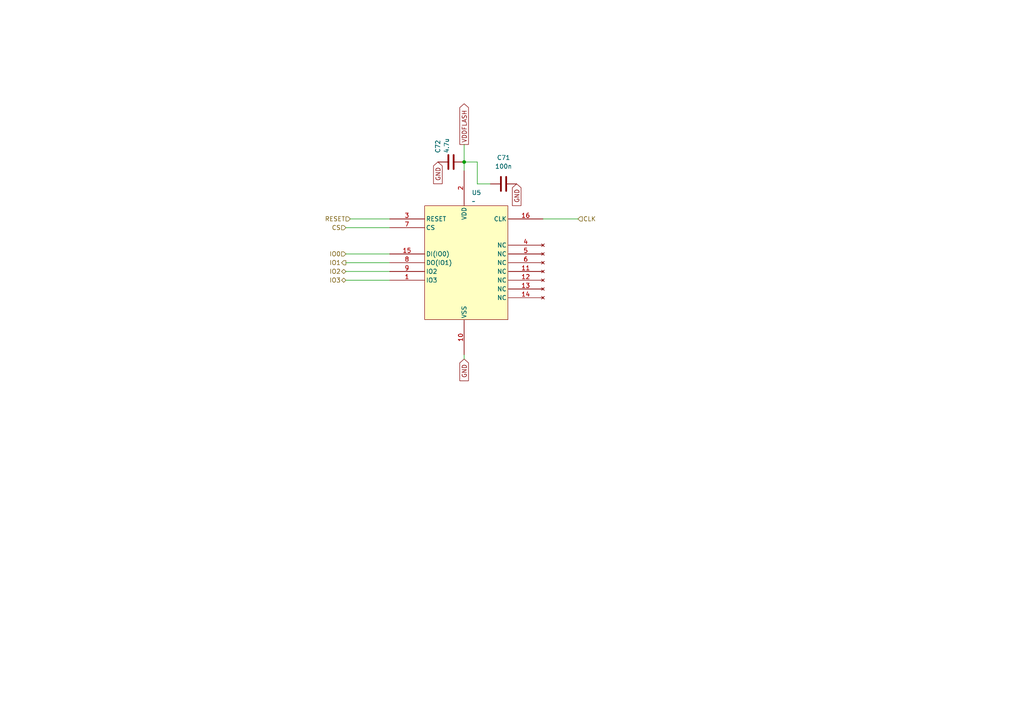
<source format=kicad_sch>
(kicad_sch
	(version 20231120)
	(generator "eeschema")
	(generator_version "8.0")
	(uuid "733b96a6-688f-47e3-88a8-0b94bca78e64")
	(paper "A4")
	(lib_symbols
		(symbol "Device:C"
			(pin_numbers hide)
			(pin_names
				(offset 0.254)
			)
			(exclude_from_sim no)
			(in_bom yes)
			(on_board yes)
			(property "Reference" "C"
				(at 0.635 2.54 0)
				(effects
					(font
						(size 1.27 1.27)
					)
					(justify left)
				)
			)
			(property "Value" "C"
				(at 0.635 -2.54 0)
				(effects
					(font
						(size 1.27 1.27)
					)
					(justify left)
				)
			)
			(property "Footprint" ""
				(at 0.9652 -3.81 0)
				(effects
					(font
						(size 1.27 1.27)
					)
					(hide yes)
				)
			)
			(property "Datasheet" "~"
				(at 0 0 0)
				(effects
					(font
						(size 1.27 1.27)
					)
					(hide yes)
				)
			)
			(property "Description" "Unpolarized capacitor"
				(at 0 0 0)
				(effects
					(font
						(size 1.27 1.27)
					)
					(hide yes)
				)
			)
			(property "ki_keywords" "cap capacitor"
				(at 0 0 0)
				(effects
					(font
						(size 1.27 1.27)
					)
					(hide yes)
				)
			)
			(property "ki_fp_filters" "C_*"
				(at 0 0 0)
				(effects
					(font
						(size 1.27 1.27)
					)
					(hide yes)
				)
			)
			(symbol "C_0_1"
				(polyline
					(pts
						(xy -2.032 -0.762) (xy 2.032 -0.762)
					)
					(stroke
						(width 0.508)
						(type default)
					)
					(fill
						(type none)
					)
				)
				(polyline
					(pts
						(xy -2.032 0.762) (xy 2.032 0.762)
					)
					(stroke
						(width 0.508)
						(type default)
					)
					(fill
						(type none)
					)
				)
			)
			(symbol "C_1_1"
				(pin passive line
					(at 0 3.81 270)
					(length 2.794)
					(name "~"
						(effects
							(font
								(size 1.27 1.27)
							)
						)
					)
					(number "1"
						(effects
							(font
								(size 1.27 1.27)
							)
						)
					)
				)
				(pin passive line
					(at 0 -3.81 90)
					(length 2.794)
					(name "~"
						(effects
							(font
								(size 1.27 1.27)
							)
						)
					)
					(number "2"
						(effects
							(font
								(size 1.27 1.27)
							)
						)
					)
				)
			)
		)
		(symbol "Flash_W25M512JVFIQ TR:W25M512JVFIQ_TR"
			(exclude_from_sim no)
			(in_bom yes)
			(on_board yes)
			(property "Reference" "U"
				(at 13.97 -1.27 0)
				(effects
					(font
						(size 1.27 1.27)
					)
				)
			)
			(property "Value" ""
				(at 13.97 -3.81 0)
				(effects
					(font
						(size 1.27 1.27)
					)
				)
			)
			(property "Footprint" ""
				(at 13.97 -3.81 0)
				(effects
					(font
						(size 1.27 1.27)
					)
					(hide yes)
				)
			)
			(property "Datasheet" ""
				(at 13.97 -3.81 0)
				(effects
					(font
						(size 1.27 1.27)
					)
					(hide yes)
				)
			)
			(property "Description" ""
				(at 13.97 -3.81 0)
				(effects
					(font
						(size 1.27 1.27)
					)
					(hide yes)
				)
			)
			(symbol "W25M512JVFIQ_TR_1_1"
				(rectangle
					(start -11.43 16.51)
					(end 12.7 -16.51)
					(stroke
						(width 0)
						(type default)
					)
					(fill
						(type background)
					)
				)
				(pin input line
					(at -21.59 -5.08 0)
					(length 10)
					(name "IO3"
						(effects
							(font
								(size 1.27 1.27)
							)
						)
					)
					(number "1"
						(effects
							(font
								(size 1.27 1.27)
							)
						)
					)
				)
				(pin passive line
					(at 0 -26.67 90)
					(length 10)
					(name "VSS"
						(effects
							(font
								(size 1.27 1.27)
							)
						)
					)
					(number "10"
						(effects
							(font
								(size 1.27 1.27)
							)
						)
					)
				)
				(pin no_connect line
					(at 22.86 -2.54 180)
					(length 10)
					(name "NC"
						(effects
							(font
								(size 1.27 1.27)
							)
						)
					)
					(number "11"
						(effects
							(font
								(size 1.27 1.27)
							)
						)
					)
				)
				(pin no_connect line
					(at 22.86 -5.08 180)
					(length 10)
					(name "NC"
						(effects
							(font
								(size 1.27 1.27)
							)
						)
					)
					(number "12"
						(effects
							(font
								(size 1.27 1.27)
							)
						)
					)
				)
				(pin no_connect line
					(at 22.86 -7.62 180)
					(length 10)
					(name "NC"
						(effects
							(font
								(size 1.27 1.27)
							)
						)
					)
					(number "13"
						(effects
							(font
								(size 1.27 1.27)
							)
						)
					)
				)
				(pin no_connect line
					(at 22.86 -10.16 180)
					(length 10)
					(name "NC"
						(effects
							(font
								(size 1.27 1.27)
							)
						)
					)
					(number "14"
						(effects
							(font
								(size 1.27 1.27)
							)
						)
					)
				)
				(pin input line
					(at -21.59 2.54 0)
					(length 10)
					(name "DI(IO0)"
						(effects
							(font
								(size 1.27 1.27)
							)
						)
					)
					(number "15"
						(effects
							(font
								(size 1.27 1.27)
							)
						)
					)
				)
				(pin passive line
					(at 22.86 12.7 180)
					(length 10)
					(name "CLK"
						(effects
							(font
								(size 1.27 1.27)
							)
						)
					)
					(number "16"
						(effects
							(font
								(size 1.27 1.27)
							)
						)
					)
				)
				(pin input line
					(at 0 26.67 270)
					(length 10)
					(name "VDD"
						(effects
							(font
								(size 1.27 1.27)
							)
						)
					)
					(number "2"
						(effects
							(font
								(size 1.27 1.27)
							)
						)
					)
				)
				(pin input line
					(at -21.59 12.7 0)
					(length 10)
					(name "RESET"
						(effects
							(font
								(size 1.27 1.27)
							)
						)
					)
					(number "3"
						(effects
							(font
								(size 1.27 1.27)
							)
						)
					)
				)
				(pin no_connect line
					(at 22.86 5.08 180)
					(length 10)
					(name "NC"
						(effects
							(font
								(size 1.27 1.27)
							)
						)
					)
					(number "4"
						(effects
							(font
								(size 1.27 1.27)
							)
						)
					)
				)
				(pin no_connect line
					(at 22.86 2.54 180)
					(length 10)
					(name "NC"
						(effects
							(font
								(size 1.27 1.27)
							)
						)
					)
					(number "5"
						(effects
							(font
								(size 1.27 1.27)
							)
						)
					)
				)
				(pin no_connect line
					(at 22.86 0 180)
					(length 10)
					(name "NC"
						(effects
							(font
								(size 1.27 1.27)
							)
						)
					)
					(number "6"
						(effects
							(font
								(size 1.27 1.27)
							)
						)
					)
				)
				(pin input line
					(at -21.59 10.16 0)
					(length 10)
					(name "CS"
						(effects
							(font
								(size 1.27 1.27)
							)
						)
					)
					(number "7"
						(effects
							(font
								(size 1.27 1.27)
							)
						)
					)
				)
				(pin output line
					(at -21.59 0 0)
					(length 10)
					(name "DO(IO1)"
						(effects
							(font
								(size 1.27 1.27)
							)
						)
					)
					(number "8"
						(effects
							(font
								(size 1.27 1.27)
							)
						)
					)
				)
				(pin bidirectional line
					(at -21.59 -2.54 0)
					(length 10)
					(name "IO2"
						(effects
							(font
								(size 1.27 1.27)
							)
						)
					)
					(number "9"
						(effects
							(font
								(size 1.27 1.27)
							)
						)
					)
				)
			)
		)
	)
	(junction
		(at 134.62 46.99)
		(diameter 0)
		(color 0 0 0 0)
		(uuid "5f86acbc-2132-4c41-98e4-54c25010b24d")
	)
	(wire
		(pts
			(xy 138.43 46.99) (xy 134.62 46.99)
		)
		(stroke
			(width 0)
			(type default)
		)
		(uuid "31435b10-e86c-42f8-8a03-f3c0b5ea56ad")
	)
	(wire
		(pts
			(xy 134.62 41.91) (xy 134.62 46.99)
		)
		(stroke
			(width 0)
			(type default)
		)
		(uuid "6f9a9d63-2502-49a1-9dd4-1b700045d3e8")
	)
	(wire
		(pts
			(xy 134.62 104.14) (xy 134.62 102.87)
		)
		(stroke
			(width 0)
			(type default)
		)
		(uuid "715517ac-dac2-435a-b5c1-90f9bfc749e0")
	)
	(wire
		(pts
			(xy 142.24 53.34) (xy 138.43 53.34)
		)
		(stroke
			(width 0)
			(type default)
		)
		(uuid "a51612f0-7ae8-4082-acc2-a5f3f5264fc0")
	)
	(wire
		(pts
			(xy 100.33 73.66) (xy 113.03 73.66)
		)
		(stroke
			(width 0)
			(type default)
		)
		(uuid "accdde6b-ab92-482b-a8a7-f6903eab2a68")
	)
	(wire
		(pts
			(xy 138.43 53.34) (xy 138.43 46.99)
		)
		(stroke
			(width 0)
			(type default)
		)
		(uuid "addc82f1-57a9-4b67-8d0a-85335f8ee89b")
	)
	(wire
		(pts
			(xy 100.33 66.04) (xy 113.03 66.04)
		)
		(stroke
			(width 0)
			(type default)
		)
		(uuid "b29fa225-e030-4e1a-af2a-dff84a8a5136")
	)
	(wire
		(pts
			(xy 100.33 76.2) (xy 113.03 76.2)
		)
		(stroke
			(width 0)
			(type default)
		)
		(uuid "da44989a-bbf6-4018-ae15-aa90a1a650f6")
	)
	(wire
		(pts
			(xy 100.33 81.28) (xy 113.03 81.28)
		)
		(stroke
			(width 0)
			(type default)
		)
		(uuid "dcd073f6-b1fd-4149-bc24-3064e5c5cced")
	)
	(wire
		(pts
			(xy 157.48 63.5) (xy 167.64 63.5)
		)
		(stroke
			(width 0)
			(type default)
		)
		(uuid "ded2bfca-b37c-45e5-824e-bdb95029c361")
	)
	(wire
		(pts
			(xy 100.33 78.74) (xy 113.03 78.74)
		)
		(stroke
			(width 0)
			(type default)
		)
		(uuid "e8b18d6f-6973-4fe7-89c7-421823cb022d")
	)
	(wire
		(pts
			(xy 134.62 46.99) (xy 134.62 49.53)
		)
		(stroke
			(width 0)
			(type default)
		)
		(uuid "e9216581-e4bf-4b2a-bd80-ebf40b1907d4")
	)
	(wire
		(pts
			(xy 101.6 63.5) (xy 113.03 63.5)
		)
		(stroke
			(width 0)
			(type default)
		)
		(uuid "ee8ffd9b-e155-45b0-bda0-c646a36709e7")
	)
	(global_label "GND"
		(shape input)
		(at 149.86 53.34 270)
		(fields_autoplaced yes)
		(effects
			(font
				(size 1.27 1.27)
			)
			(justify right)
		)
		(uuid "24813722-7baf-4043-a869-54c22a35735d")
		(property "Intersheetrefs" "${INTERSHEET_REFS}"
			(at 149.86 60.1957 90)
			(effects
				(font
					(size 1.27 1.27)
				)
				(justify right)
				(hide yes)
			)
		)
	)
	(global_label "VDDFLASH"
		(shape output)
		(at 134.62 41.91 90)
		(fields_autoplaced yes)
		(effects
			(font
				(size 1.27 1.27)
			)
			(justify left)
		)
		(uuid "ab79ab91-5160-4405-9383-f8cae1eea285")
		(property "Intersheetrefs" "${INTERSHEET_REFS}"
			(at 134.62 29.5509 90)
			(effects
				(font
					(size 1.27 1.27)
				)
				(justify left)
				(hide yes)
			)
		)
	)
	(global_label "GND"
		(shape input)
		(at 134.62 104.14 270)
		(fields_autoplaced yes)
		(effects
			(font
				(size 1.27 1.27)
			)
			(justify right)
		)
		(uuid "d13b1035-ad5d-44ad-8815-98f9ade5877b")
		(property "Intersheetrefs" "${INTERSHEET_REFS}"
			(at 134.62 110.9957 90)
			(effects
				(font
					(size 1.27 1.27)
				)
				(justify right)
				(hide yes)
			)
		)
	)
	(global_label "GND"
		(shape input)
		(at 127 46.99 270)
		(fields_autoplaced yes)
		(effects
			(font
				(size 1.27 1.27)
			)
			(justify right)
		)
		(uuid "d1a803ef-996d-4757-8758-0e40d5432e91")
		(property "Intersheetrefs" "${INTERSHEET_REFS}"
			(at 127 53.8457 90)
			(effects
				(font
					(size 1.27 1.27)
				)
				(justify right)
				(hide yes)
			)
		)
	)
	(hierarchical_label "IO1"
		(shape output)
		(at 100.33 76.2 180)
		(effects
			(font
				(size 1.27 1.27)
			)
			(justify right)
		)
		(uuid "07c0efd9-c552-4b9a-a3ed-cc90ec90853a")
	)
	(hierarchical_label "IO3"
		(shape bidirectional)
		(at 100.33 81.28 180)
		(effects
			(font
				(size 1.27 1.27)
			)
			(justify right)
		)
		(uuid "13082313-c64a-4080-9685-7978c7ef5a55")
	)
	(hierarchical_label "IO0"
		(shape input)
		(at 100.33 73.66 180)
		(effects
			(font
				(size 1.27 1.27)
			)
			(justify right)
		)
		(uuid "178b2a97-2904-4015-83a6-a00cd209c34c")
	)
	(hierarchical_label "CLK"
		(shape input)
		(at 167.64 63.5 0)
		(effects
			(font
				(size 1.27 1.27)
			)
			(justify left)
		)
		(uuid "283fbb84-7f56-44e6-bea6-b565e51aff81")
	)
	(hierarchical_label "IO2"
		(shape bidirectional)
		(at 100.33 78.74 180)
		(effects
			(font
				(size 1.27 1.27)
			)
			(justify right)
		)
		(uuid "835e5c9c-4632-41b4-ae70-16be8551210d")
	)
	(hierarchical_label "CS"
		(shape input)
		(at 100.33 66.04 180)
		(effects
			(font
				(size 1.27 1.27)
			)
			(justify right)
		)
		(uuid "93331a28-05e7-4ada-afff-7bbb077cafd6")
	)
	(hierarchical_label "RESET"
		(shape input)
		(at 101.6 63.5 180)
		(effects
			(font
				(size 1.27 1.27)
			)
			(justify right)
		)
		(uuid "935582cf-2b85-4279-bd49-49050f0033db")
	)
	(symbol
		(lib_id "Device:C")
		(at 146.05 53.34 90)
		(unit 1)
		(exclude_from_sim no)
		(in_bom yes)
		(on_board yes)
		(dnp no)
		(fields_autoplaced yes)
		(uuid "445450e1-629c-40de-8f11-32fc7c9a76e0")
		(property "Reference" "C71"
			(at 146.05 45.72 90)
			(effects
				(font
					(size 1.27 1.27)
				)
			)
		)
		(property "Value" "100n"
			(at 146.05 48.26 90)
			(effects
				(font
					(size 1.27 1.27)
				)
			)
		)
		(property "Footprint" "Capacitor_SMD:C_0402_1005Metric"
			(at 149.86 52.3748 0)
			(effects
				(font
					(size 1.27 1.27)
				)
				(hide yes)
			)
		)
		(property "Datasheet" "CC0402KRX7R7BB104"
			(at 146.05 53.34 0)
			(effects
				(font
					(size 1.27 1.27)
				)
				(hide yes)
			)
		)
		(property "Description" "Unpolarized capacitor"
			(at 146.05 53.34 0)
			(effects
				(font
					(size 1.27 1.27)
				)
				(hide yes)
			)
		)
		(pin "1"
			(uuid "5465f3a2-74a5-4b3d-8143-9c57aa011066")
		)
		(pin "2"
			(uuid "244987a7-3ff3-4987-990c-ff2edf4afd1e")
		)
		(instances
			(project "StartTech_SCREEN"
				(path "/18982cba-45a4-4a1f-afcf-06651f5aae5f/00792736-dbe8-4f2d-adb9-9302aa525b18"
					(reference "C71")
					(unit 1)
				)
			)
		)
	)
	(symbol
		(lib_id "Flash_W25M512JVFIQ TR:W25M512JVFIQ_TR")
		(at 134.62 76.2 0)
		(unit 1)
		(exclude_from_sim no)
		(in_bom yes)
		(on_board yes)
		(dnp no)
		(fields_autoplaced yes)
		(uuid "beab3d91-6bf8-4cd3-8cfd-69311fe3ba87")
		(property "Reference" "U5"
			(at 136.8141 55.88 0)
			(effects
				(font
					(size 1.27 1.27)
				)
				(justify left)
			)
		)
		(property "Value" "~"
			(at 136.8141 58.42 0)
			(effects
				(font
					(size 1.27 1.27)
				)
				(justify left)
			)
		)
		(property "Footprint" "Library:W25M512JVFIQ"
			(at 148.59 80.01 0)
			(effects
				(font
					(size 1.27 1.27)
				)
				(hide yes)
			)
		)
		(property "Datasheet" ""
			(at 148.59 80.01 0)
			(effects
				(font
					(size 1.27 1.27)
				)
				(hide yes)
			)
		)
		(property "Description" ""
			(at 148.59 80.01 0)
			(effects
				(font
					(size 1.27 1.27)
				)
				(hide yes)
			)
		)
		(pin "13"
			(uuid "e83c32c6-f26a-45d2-b687-7b7e326ed48e")
		)
		(pin "5"
			(uuid "3e02fa85-186f-40b1-89f4-81e254f77046")
		)
		(pin "7"
			(uuid "b7bf80c3-412c-4825-94d0-e2ec2b383bab")
		)
		(pin "4"
			(uuid "1698c8ba-2e06-44b3-8f23-e0b313bdd7f7")
		)
		(pin "12"
			(uuid "e6f245b0-0eea-42e8-a600-1226b42ef385")
		)
		(pin "6"
			(uuid "4ffb8d19-1a21-4627-ac48-f360dc8a6c71")
		)
		(pin "1"
			(uuid "0891a580-0fdb-44c8-8923-261c8a1c1084")
		)
		(pin "8"
			(uuid "545cb5cd-2503-4ed6-98a4-715eb2076e40")
		)
		(pin "14"
			(uuid "2cd5f8e8-1683-42b2-b797-5d56ce2d4596")
		)
		(pin "15"
			(uuid "59875c5a-6015-471d-9ac3-e05934a43ec6")
		)
		(pin "10"
			(uuid "d090a202-3e0c-494e-8168-b0b37f1f83df")
		)
		(pin "16"
			(uuid "55b4c983-7147-4aaf-a98e-1ab32ca9e566")
		)
		(pin "2"
			(uuid "34fdb920-99c0-4814-8bd6-ead82e64037b")
		)
		(pin "11"
			(uuid "38f5aa4a-094e-4f95-8902-2772acca3e85")
		)
		(pin "9"
			(uuid "55e8a97c-f9db-4b40-abb0-88d6ce10f3e7")
		)
		(pin "3"
			(uuid "c412e767-6883-435e-bb91-b9caf12ccb88")
		)
		(instances
			(project ""
				(path "/18982cba-45a4-4a1f-afcf-06651f5aae5f/00792736-dbe8-4f2d-adb9-9302aa525b18"
					(reference "U5")
					(unit 1)
				)
			)
		)
	)
	(symbol
		(lib_id "Device:C")
		(at 130.81 46.99 90)
		(unit 1)
		(exclude_from_sim no)
		(in_bom yes)
		(on_board yes)
		(dnp no)
		(uuid "c74a3cae-0c13-406c-acba-ce96e9219280")
		(property "Reference" "C72"
			(at 126.9999 44.45 0)
			(effects
				(font
					(size 1.27 1.27)
				)
				(justify left)
			)
		)
		(property "Value" "4.7u"
			(at 129.5399 44.45 0)
			(effects
				(font
					(size 1.27 1.27)
				)
				(justify left)
			)
		)
		(property "Footprint" "Capacitor_SMD:C_0603_1608Metric"
			(at 134.62 46.0248 0)
			(effects
				(font
					(size 1.27 1.27)
				)
				(hide yes)
			)
		)
		(property "Datasheet" "CL10A475KP8NNNC"
			(at 130.81 46.99 0)
			(effects
				(font
					(size 1.27 1.27)
				)
				(hide yes)
			)
		)
		(property "Description" "Unpolarized capacitor"
			(at 130.81 46.99 0)
			(effects
				(font
					(size 1.27 1.27)
				)
				(hide yes)
			)
		)
		(pin "1"
			(uuid "1944fd13-8b34-45bd-8d8d-89498dffba6c")
		)
		(pin "2"
			(uuid "af4cd5ee-33f7-4d33-abef-3102055d12f6")
		)
		(instances
			(project "StartTech_SCREEN"
				(path "/18982cba-45a4-4a1f-afcf-06651f5aae5f/00792736-dbe8-4f2d-adb9-9302aa525b18"
					(reference "C72")
					(unit 1)
				)
			)
		)
	)
)

</source>
